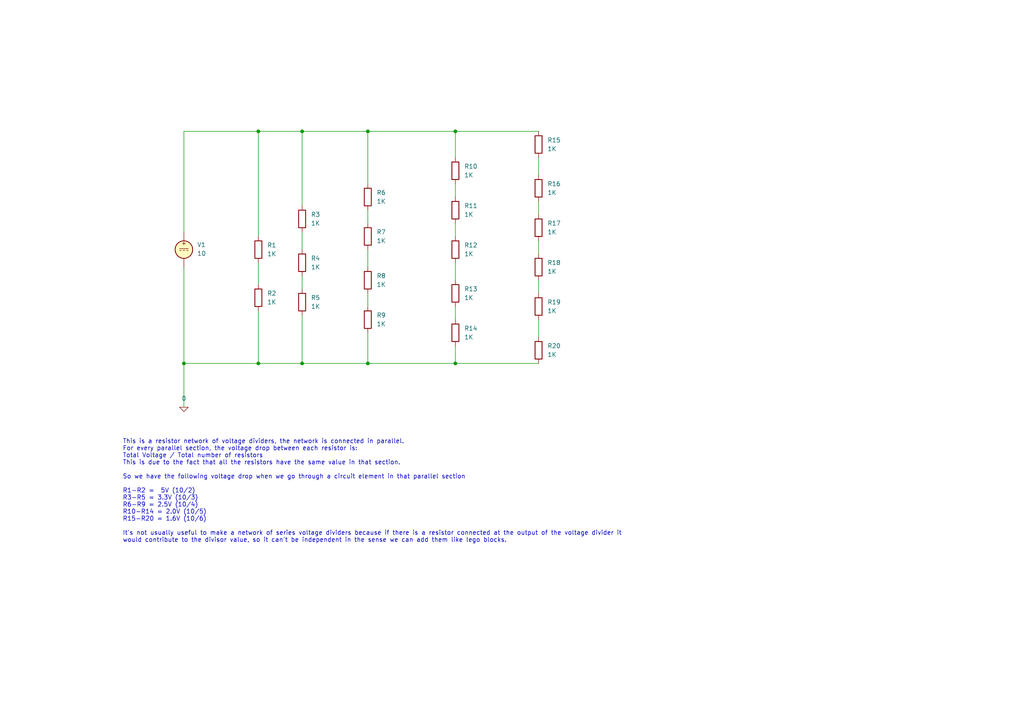
<source format=kicad_sch>
(kicad_sch (version 20230121) (generator eeschema)
  (paper "A4")
  (lib_symbols
    (symbol "Device:R" (pin_numbers hide) (pin_names (offset 0))
      (property "Reference" "R" (at 2.032 0 90))
      (property "Value" "R" (at 0 0 90))
      (symbol "R_0_1"
        (rectangle (start -1.016 -2.54) (end 1.016 2.54) (stroke (width 0.254)))
      )
      (symbol "R_1_1"
        (pin passive line (at 0 3.81 270) (length 1.27) (name "~") (number "1"))
        (pin passive line (at 0 -3.81 90) (length 1.27) (name "~") (number "2"))
      )
    )
    (symbol "Simulation_SPICE:0" (power) (pin_names (offset 0))
      (property "Value" "0" (at 0 -1.778 0))
      (symbol "0_0_1"
        (polyline (pts (xy -1.27 0) (xy 0 -1.27) (xy 1.27 0) (xy -1.27 0)))
      )
      (symbol "0_1_1"
        (pin power_in line (at 0 0 0) (length 0) hide (name "0") (number "1"))
      )
    )
    (symbol "Simulation_SPICE:VDC" (pin_numbers hide) (pin_names (offset 0.0254))
      (property "Reference" "V" (at 2.54 2.54 0))
      (property "Value" "1" (at 2.54 0 0))
      (symbol "VDC_0_0"
        (polyline (pts (xy -1.27 0.254) (xy 1.27 0.254)))
        (polyline (pts (xy -0.762 -0.254) (xy -1.27 -0.254)))
        (polyline (pts (xy 0.254 -0.254) (xy -0.254 -0.254)))
        (polyline (pts (xy 1.27 -0.254) (xy 0.762 -0.254)))
        (text "+" (at 0 1.905 0) (effects (font (size 1.27 1.27))))
      )
      (symbol "VDC_0_1"
        (circle (center 0 0) (radius 2.54) (stroke (width 0.254)) (fill (type background)))
      )
      (symbol "VDC_1_1"
        (pin passive line (at 0 5.08 270) (length 2.54) (name "~") (number "1"))
        (pin passive line (at 0 -5.08 90) (length 2.54) (name "~") (number "2"))
      )
    )
  )
  (junction (at 132.08 38.1))
  (junction (at 87.63 38.1))
  (junction (at 53.34 105.41))
  (junction (at 132.08 105.41))
  (junction (at 74.93 105.41))
  (junction (at 74.93 38.1))
  (junction (at 106.68 38.1))
  (junction (at 106.68 105.41))
  (junction (at 87.63 105.41))
  (wire (pts (xy 87.63 105.41) (xy 74.93 105.41)))
  (wire (pts (xy 156.21 105.41) (xy 132.08 105.41)))
  (wire (pts (xy 106.68 60.96) (xy 106.68 64.77)))
  (wire (pts (xy 132.08 64.77) (xy 132.08 68.58)))
  (wire (pts (xy 74.93 38.1) (xy 87.63 38.1)))
  (wire (pts (xy 87.63 67.31) (xy 87.63 72.39)))
  (wire (pts (xy 156.21 45.72) (xy 156.21 50.8)))
  (wire (pts (xy 156.21 81.28) (xy 156.21 85.09)))
  (wire (pts (xy 132.08 38.1) (xy 132.08 45.72)))
  (wire (pts (xy 53.34 105.41) (xy 53.34 118.11)))
  (wire (pts (xy 106.68 105.41) (xy 87.63 105.41)))
  (wire (pts (xy 74.93 76.2) (xy 74.93 82.55)))
  (wire (pts (xy 106.68 72.39) (xy 106.68 77.47)))
  (wire (pts (xy 132.08 53.34) (xy 132.08 57.15)))
  (wire (pts (xy 156.21 92.71) (xy 156.21 97.79)))
  (wire (pts (xy 53.34 38.1) (xy 74.93 38.1)))
  (wire (pts (xy 132.08 76.2) (xy 132.08 81.28)))
  (wire (pts (xy 87.63 80.01) (xy 87.63 83.82)))
  (wire (pts (xy 132.08 38.1) (xy 156.21 38.1)))
  (wire (pts (xy 74.93 38.1) (xy 74.93 68.58)))
  (wire (pts (xy 87.63 91.44) (xy 87.63 105.41)))
  (wire (pts (xy 74.93 90.17) (xy 74.93 105.41)))
  (wire (pts (xy 53.34 67.31) (xy 53.34 38.1)))
  (wire (pts (xy 87.63 38.1) (xy 87.63 59.69)))
  (wire (pts (xy 132.08 105.41) (xy 106.68 105.41)))
  (wire (pts (xy 156.21 58.42) (xy 156.21 62.23)))
  (wire (pts (xy 106.68 38.1) (xy 132.08 38.1)))
  (wire (pts (xy 132.08 88.9) (xy 132.08 92.71)))
  (wire (pts (xy 87.63 38.1) (xy 106.68 38.1)))
  (wire (pts (xy 106.68 85.09) (xy 106.68 88.9)))
  (wire (pts (xy 132.08 100.33) (xy 132.08 105.41)))
  (wire (pts (xy 106.68 38.1) (xy 106.68 53.34)))
  (wire (pts (xy 53.34 77.47) (xy 53.34 105.41)))
  (wire (pts (xy 156.21 69.85) (xy 156.21 73.66)))
  (wire (pts (xy 74.93 105.41) (xy 53.34 105.41)))
  (wire (pts (xy 106.68 96.52) (xy 106.68 105.41)))
  (text "This is a resistor network of voltage dividers, the network is connected in parallel.\nFor every parallel section, the voltage drop between each resistor is:\nTotal Voltage / Total number of resistors\nThis is due to the fact that all the resistors have the same value in that section.\n\nSo we have the following voltage drop when we go through a circuit element in that parallel section\n\nR1-R2 =  5V (10/2)\nR3-R5 = 3.3V (10/3)\nR6-R9 = 2.5V (10/4)\nR10-R14 = 2.0V (10/5)\nR15-R20 = 1.6V (10/6)\n\nIt's not usually useful to make a network of series voltage dividers because if there is a resistor connected at the output of the voltage divider it\nwould contribute to the divisor value, so it can't be independent in the sense we can add them like lego blocks." (at 35.56 157.48 0) (effects (font (size 1.27 1.27)) (justify left bottom)))
  (symbol (lib_id "Device:R") (at 132.08 60.96 0) (unit 1)
    (property "Reference" "R11" (at 134.62 59.69 0) (effects (justify left)))
    (property "Value" "1K" (at 134.62 62.23 0) (effects (justify left)))
  )
  (symbol (lib_id "Device:R") (at 132.08 49.53 0) (unit 1)
    (property "Reference" "R10" (at 134.62 48.26 0) (effects (justify left)))
    (property "Value" "1K" (at 134.62 50.8 0) (effects (justify left)))
  )
  (symbol (lib_id "Device:R") (at 106.68 92.71 0) (unit 1)
    (property "Reference" "R9" (at 109.22 91.44 0) (effects (justify left)))
    (property "Value" "1K" (at 109.22 93.98 0) (effects (justify left)))
  )
  (symbol (lib_id "Device:R") (at 156.21 101.6 0) (unit 1)
    (property "Reference" "R20" (at 158.75 100.33 0) (effects (justify left)))
    (property "Value" "1K" (at 158.75 102.87 0) (effects (justify left)))
  )
  (symbol (lib_id "Device:R") (at 132.08 85.09 0) (unit 1)
    (property "Reference" "R13" (at 134.62 83.82 0) (effects (justify left)))
    (property "Value" "1K" (at 134.62 86.36 0) (effects (justify left)))
  )
  (symbol (lib_id "Device:R") (at 74.93 86.36 0) (unit 1)
    (property "Reference" "R2" (at 77.47 85.09 0) (effects (justify left)))
    (property "Value" "1K" (at 77.47 87.63 0) (effects (justify left)))
  )
  (symbol (lib_id "Simulation_SPICE:VDC") (at 53.34 72.39 0) (unit 1)
    (property "Reference" "V1" (at 57.15 70.9902 0) (effects (justify left)))
    (property "Value" "10" (at 57.15 73.5302 0) (effects (justify left)))
    (property "Sim.Pins" "1=+ 2=-" (effects hide))
    (property "Sim.Type" "DC" (effects hide))
    (property "Sim.Device" "V" (effects hide))
  )
  (symbol (lib_id "Device:R") (at 156.21 41.91 0) (unit 1)
    (property "Reference" "R15" (at 158.75 40.64 0) (effects (justify left)))
    (property "Value" "1K" (at 158.75 43.18 0) (effects (justify left)))
  )
  (symbol (lib_id "Device:R") (at 156.21 77.47 0) (unit 1)
    (property "Reference" "R18" (at 158.75 76.2 0) (effects (justify left)))
    (property "Value" "1K" (at 158.75 78.74 0) (effects (justify left)))
  )
  (symbol (lib_id "Device:R") (at 87.63 76.2 0) (unit 1)
    (property "Reference" "R4" (at 90.17 74.93 0) (effects (justify left)))
    (property "Value" "1K" (at 90.17 77.47 0) (effects (justify left)))
  )
  (symbol (lib_id "Device:R") (at 87.63 63.5 0) (unit 1)
    (property "Reference" "R3" (at 90.17 62.23 0) (effects (justify left)))
    (property "Value" "1K" (at 90.17 64.77 0) (effects (justify left)))
  )
  (symbol (lib_id "Device:R") (at 74.93 72.39 0) (unit 1)
    (property "Reference" "R1" (at 77.47 71.12 0) (effects (justify left)))
    (property "Value" "1K" (at 77.47 73.66 0) (effects (justify left)))
  )
  (symbol (lib_id "Device:R") (at 106.68 68.58 0) (unit 1)
    (property "Reference" "R7" (at 109.22 67.31 0) (effects (justify left)))
    (property "Value" "1K" (at 109.22 69.85 0) (effects (justify left)))
  )
  (symbol (lib_id "Device:R") (at 106.68 81.28 0) (unit 1)
    (property "Reference" "R8" (at 109.22 80.01 0) (effects (justify left)))
    (property "Value" "1K" (at 109.22 82.55 0) (effects (justify left)))
  )
  (symbol (lib_id "Device:R") (at 87.63 87.63 0) (unit 1)
    (property "Reference" "R5" (at 90.17 86.36 0) (effects (justify left)))
    (property "Value" "1K" (at 90.17 88.9 0) (effects (justify left)))
  )
  (symbol (lib_id "Simulation_SPICE:0") (at 53.34 118.11 0) (unit 1)
    (property "Reference" "#GND01" (effects hide))
    (property "Value" "0" (at 53.34 115.57 0))
  )
  (symbol (lib_id "Device:R") (at 156.21 54.61 0) (unit 1)
    (property "Reference" "R16" (at 158.75 53.34 0) (effects (justify left)))
    (property "Value" "1K" (at 158.75 55.88 0) (effects (justify left)))
  )
  (symbol (lib_id "Device:R") (at 132.08 72.39 0) (unit 1)
    (property "Reference" "R12" (at 134.62 71.12 0) (effects (justify left)))
    (property "Value" "1K" (at 134.62 73.66 0) (effects (justify left)))
  )
  (symbol (lib_id "Device:R") (at 106.68 57.15 0) (unit 1)
    (property "Reference" "R6" (at 109.22 55.88 0) (effects (justify left)))
    (property "Value" "1K" (at 109.22 58.42 0) (effects (justify left)))
  )
  (symbol (lib_id "Device:R") (at 156.21 66.04 0) (unit 1)
    (property "Reference" "R17" (at 158.75 64.77 0) (effects (justify left)))
    (property "Value" "1K" (at 158.75 67.31 0) (effects (justify left)))
  )
  (symbol (lib_id "Device:R") (at 156.21 88.9 0) (unit 1)
    (property "Reference" "R19" (at 158.75 87.63 0) (effects (justify left)))
    (property "Value" "1K" (at 158.75 90.17 0) (effects (justify left)))
  )
  (symbol (lib_id "Device:R") (at 132.08 96.52 0) (unit 1)
    (property "Reference" "R14" (at 134.62 95.25 0) (effects (justify left)))
    (property "Value" "1K" (at 134.62 97.79 0) (effects (justify left)))
  )
)
</source>
